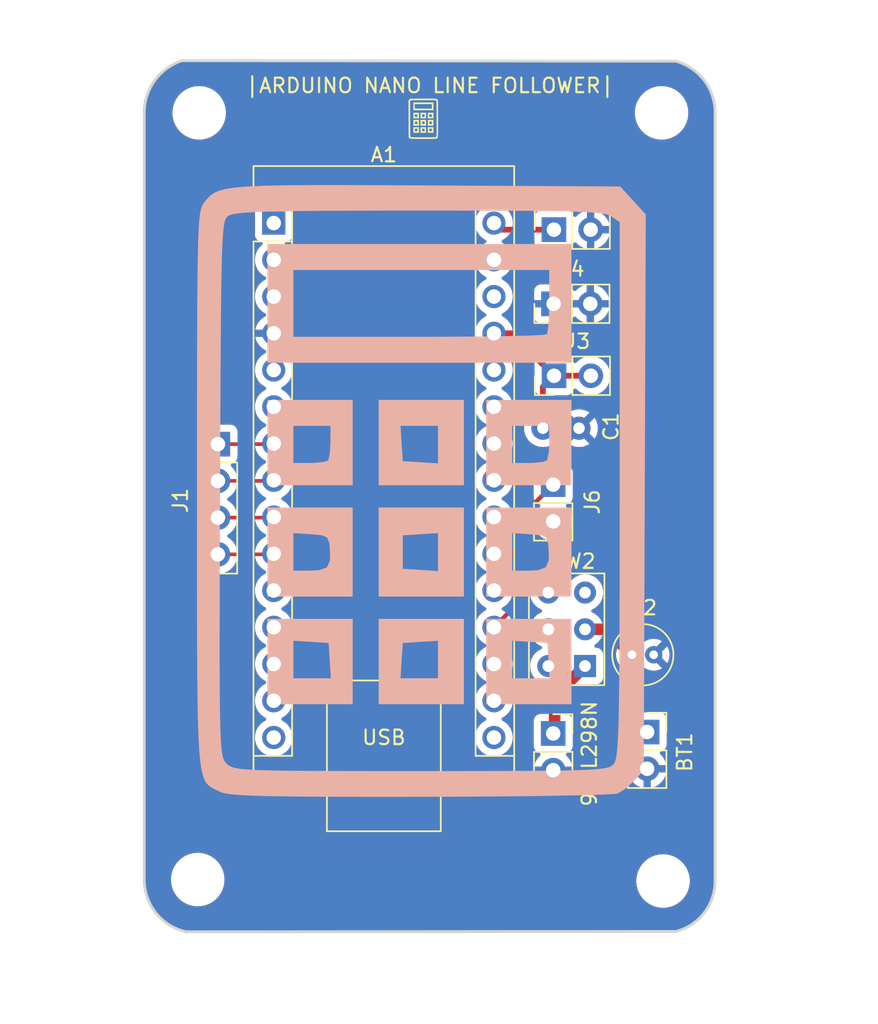
<source format=kicad_pcb>
(kicad_pcb (version 20221018) (generator pcbnew)
  (title_block (title "Arduino Nano Line Follower") (date "2023-10-10") (rev "0") (company "N/A") (comment 1 "N/A"))
  (layers (0 "F.Cu" signal) (31 "B.Cu" signal) (34 "B.Paste" user) (35 "F.Paste" user) (36 "B.SilkS" user "B.Silkscreen") (37 "F.SilkS" user "F.Silkscreen") (38 "B.Mask" user) (39 "F.Mask" user) (44 "Edge.Cuts" user))
  (net 0 "")
  (net 4 "GND")
  (net 7 "Net-(A1-D4)")
  (net 8 "Net-(A1-D5)")
  (net 9 "Net-(A1-D6)")
  (net 10 "Net-(A1-D7)")
  (net 19 "Net-(A1-A0)")
  (net 20 "Net-(A1-A1)")
  (net 27 "Net-(A1-+5V)")
  (net 29 "+5V")
  (net 30 "+9V")
  (net 31 "Net-(J5-Pin_1)")
  (net 32 "unconnected-(SW2-Pad6)")
  (footprint "Connector_PinSocket_2.54mm:PinSocket_1x02_P2.54mm_Vertical" (layer "F.Cu") (at 112.8 81.3)
    (fp_text reference "9V L298N" (at 2.5 1.4 90) (layer "F.SilkS"))
    (fp_text value "9v_gnd_l293d")
    (fp_line (start -1.33 1.27) (end -1.33 3.87) (stroke (width 0.12)) (layer "F.SilkS"))
    (fp_line (start -1.33 1.27) (end 1.33 1.27) (stroke (width 0.12)) (layer "F.SilkS"))
    (fp_line (start -1.33 3.87) (end 1.33 3.87) (stroke (width 0.12)) (layer "F.SilkS"))
    (fp_line (start 0 -1.33) (end 1.33 -1.33) (stroke (width 0.12)) (layer "F.SilkS"))
    (fp_line (start 1.33 -1.33) (end 1.33 0) (stroke (width 0.12)) (layer "F.SilkS"))
    (fp_line (start 1.33 1.27) (end 1.33 3.87) (stroke (width 0.12)) (layer "F.SilkS"))
    (pad "1" thru_hole rect (at 0 0) (size 1.7 1.7) (drill 1) (layers "*.Cu" "*.Mask") (net 31 "Net-(J5-Pin_1)"))
    (pad "2" thru_hole oval (at 0 2.54) (size 1.7 1.7) (drill 1) (layers "*.Cu" "*.Mask") (net 4 "GND"))
  )
  (footprint "Button_Switch_THT:SW_NKK_G1xJP" (layer "F.Cu") (at 115 76.64 180)
    (fp_text reference "SW2" (at 0.8 7.24) (layer "F.SilkS"))
    (fp_text value "pwr_switch")
    (fp_line (start -1.34112 -1.3208) (end 3.88112 -1.3208) (stroke (width 0.12)) (layer "F.SilkS"))
    (fp_line (start -1.34112 6.4008) (end -1.34112 -1.3208) (stroke (width 0.12)) (layer "F.SilkS"))
    (fp_line (start -1.34112 6.4008) (end 3.88112 6.4008) (stroke (width 0.12)) (layer "F.SilkS"))
    (fp_line (start 3.88112 -1.3208) (end 3.88112 6.4008) (stroke (width 0.12)) (layer "F.SilkS"))
    (pad "1" thru_hole rect (at 0 0 180) (size 1.524 1.524) (drill 0.8128) (layers "*.Cu" "*.Mask") (net 31 "Net-(J5-Pin_1)"))
    (pad "2" thru_hole circle (at 0 2.54 180) (size 1.524 1.524) (drill 0.8128) (layers "*.Cu" "*.Mask") (net 30 "+9V"))
    (pad "3" thru_hole circle (at 0 5.08 180) (size 1.524 1.524) (drill 0.8128) (layers "*.Cu" "*.Mask"))
    (pad "4" thru_hole circle (at 2.54 5.08 180) (size 1.524 1.524) (drill 0.8128) (layers "*.Cu" "*.Mask"))
    (pad "5" thru_hole circle (at 2.54 2.54 180) (size 1.524 1.524) (drill 0.8128) (layers "*.Cu" "*.Mask"))
    (pad "6" thru_hole circle (at 2.54 0 180) (size 1.524 1.524) (drill 0.8128) (layers "*.Cu" "*.Mask") (net 32 "unconnected-(SW2-Pad6)"))
  )
  (footprint "Connector_PinHeader_2.54mm:PinHeader_1x02_P2.54mm_Vertical" (layer "F.Cu") (at 112.8 64.1)
    (fp_text reference "J6" (at 2.7 1.2 90) (layer "F.SilkS"))
    (fp_text value "ir_signal")
    (fp_line (start -1.33 -1.33) (end 0 -1.33) (stroke (width 0.12)) (layer "F.SilkS"))
    (fp_line (start -1.33 0) (end -1.33 -1.33) (stroke (width 0.12)) (layer "F.SilkS"))
    (fp_line (start -1.33 1.27) (end -1.33 3.87) (stroke (width 0.12)) (layer "F.SilkS"))
    (fp_line (start -1.33 1.27) (end 1.33 1.27) (stroke (width 0.12)) (layer "F.SilkS"))
    (fp_line (start -1.33 3.87) (end 1.33 3.87) (stroke (width 0.12)) (layer "F.SilkS"))
    (fp_line (start 1.33 1.27) (end 1.33 3.87) (stroke (width 0.12)) (layer "F.SilkS"))
    (pad "1" thru_hole rect (at 0 0) (size 1.7 1.7) (drill 1) (layers "*.Cu" "*.Mask") (net 20 "Net-(A1-A1)"))
    (pad "2" thru_hole oval (at 0 2.54) (size 1.7 1.7) (drill 1) (layers "*.Cu" "*.Mask") (net 19 "Net-(A1-A0)"))
  )
  (footprint "Connector_PinHeader_2.54mm:PinHeader_1x02_P2.54mm_Vertical" (layer "F.Cu") (at 112.825 51.6 90)
    (fp_text reference "J4" (at 2.4 1.275 180) (layer "F.SilkS"))
    (fp_text value "gnd_ir_sensors_pins")
    (fp_line (start -1.33 -1.33) (end 0 -1.33) (stroke (width 0.12)) (layer "F.SilkS"))
    (fp_line (start -1.33 0) (end -1.33 -1.33) (stroke (width 0.12)) (layer "F.SilkS"))
    (fp_line (start -1.33 1.27) (end -1.33 3.87) (stroke (width 0.12)) (layer "F.SilkS"))
    (fp_line (start -1.33 1.27) (end 1.33 1.27) (stroke (width 0.12)) (layer "F.SilkS"))
    (fp_line (start -1.33 3.87) (end 1.33 3.87) (stroke (width 0.12)) (layer "F.SilkS"))
    (fp_line (start 1.33 1.27) (end 1.33 3.87) (stroke (width 0.12)) (layer "F.SilkS"))
    (pad "1" thru_hole rect (at 0 0 90) (size 1.7 1.7) (drill 1) (layers "*.Cu" "*.Mask") (net 4 "GND"))
    (pad "2" thru_hole oval (at 0 2.54 90) (size 1.7 1.7) (drill 1) (layers "*.Cu" "*.Mask") (net 4 "GND"))
  )
  (footprint "Connector_PinSocket_2.54mm:PinSocket_1x02_P2.54mm_Vertical" (layer "F.Cu") (at 119.3 81.2)
    (fp_text reference "BT1" (at 2.6 1.4 90) (layer "F.SilkS"))
    (fp_text value "Battery")
    (fp_line (start -1.33 1.27) (end -1.33 3.87) (stroke (width 0.12)) (layer "F.SilkS"))
    (fp_line (start -1.33 1.27) (end 1.33 1.27) (stroke (width 0.12)) (layer "F.SilkS"))
    (fp_line (start -1.33 3.87) (end 1.33 3.87) (stroke (width 0.12)) (layer "F.SilkS"))
    (fp_line (start 0 -1.33) (end 1.33 -1.33) (stroke (width 0.12)) (layer "F.SilkS"))
    (fp_line (start 1.33 -1.33) (end 1.33 0) (stroke (width 0.12)) (layer "F.SilkS"))
    (fp_line (start 1.33 1.27) (end 1.33 3.87) (stroke (width 0.12)) (layer "F.SilkS"))
    (pad "1" thru_hole rect (at 0 0) (size 1.7 1.7) (drill 1) (layers "*.Cu" "*.Mask") (net 30 "+9V"))
    (pad "2" thru_hole oval (at 0 2.54) (size 1.7 1.7) (drill 1) (layers "*.Cu" "*.Mask") (net 4 "GND"))
  )
  (footprint "MountingHole:MountingHole_3.2mm_M3" (layer "F.Cu") (at 88.2 91.4)
    (fp_text reference "REF**" hide)
    (fp_text value "MountingHole_3.2mm_M3")
    (pad "" np_thru_hole circle (at 0 0) (size 3.2 3.2) (drill 3.2) (layers "F&B.Cu" "*.Mask"))
  )
  (footprint "MountingHole:MountingHole_3.2mm_M3" (layer "F.Cu") (at 120.4 91.5)
    (fp_text reference "REF**" hide)
    (fp_text value "MountingHole_3.2mm_M3")
    (pad "" np_thru_hole circle (at 0 0) (size 3.2 3.2) (drill 3.2) (layers "F&B.Cu" "*.Mask"))
  )
  (footprint "Capacitor_THT:C_Radial_D4.0mm_H5.0mm_P1.50mm" (layer "F.Cu") (at 118.25 75.86)
    (fp_text reference "C2" (at 0.75 -3.25) (layer "F.SilkS"))
    (fp_text value "10u")
    (fp_circle (center 0.75 0) (end 2.87 0) (stroke (width 0.12)) (fill none) (layer "F.SilkS"))
    (pad "1" thru_hole circle (at 0 0) (size 1.2 1.2) (drill 0.6) (layers "*.Cu" "*.Mask") (net 30 "+9V"))
    (pad "2" thru_hole circle (at 1.5 0) (size 1.2 1.2) (drill 0.6) (layers "*.Cu" "*.Mask") (net 4 "GND"))
  )
  (footprint "Capacitor_THT:C_Disc_D3.0mm_W1.6mm_P2.50mm" (layer "F.Cu") (at 112.085 60.2)
    (fp_text reference "C1" (at 4.715 -0.1 90) (layer "F.SilkS"))
    (fp_text value "100n")
    (fp_line (start 0.621 -0.92) (end 1.879 -0.92) (stroke (width 0.12)) (layer "F.SilkS"))
    (fp_line (start 0.621 0.92) (end 1.879 0.92) (stroke (width 0.12)) (layer "F.SilkS"))
    (pad "1" thru_hole circle (at 0 0) (size 1.6 1.6) (drill 0.8) (layers "*.Cu" "*.Mask") (net 27 "Net-(A1-+5V)"))
    (pad "2" thru_hole circle (at 2.5 0) (size 1.6 1.6) (drill 0.8) (layers "*.Cu" "*.Mask") (net 4 "GND"))
  )
  (footprint "Connector_PinHeader_2.54mm:PinHeader_1x04_P2.54mm_Vertical" (layer "F.Cu") (at 89.6 61.3)
    (fp_text reference "J1" (at -2.6 3.9 90) (layer "F.SilkS"))
    (fp_text value "l298_input_pins")
    (fp_line (start -1.33 -1.33) (end 0 -1.33) (stroke (width 0.12)) (layer "F.SilkS"))
    (fp_line (start -1.33 0) (end -1.33 -1.33) (stroke (width 0.12)) (layer "F.SilkS"))
    (fp_line (start -1.33 1.27) (end -1.33 8.95) (stroke (width 0.12)) (layer "F.SilkS"))
    (fp_line (start -1.33 1.27) (end 1.33 1.27) (stroke (width 0.12)) (layer "F.SilkS"))
    (fp_line (start -1.33 8.95) (end 1.33 8.95) (stroke (width 0.12)) (layer "F.SilkS"))
    (fp_line (start 1.33 1.27) (end 1.33 8.95) (stroke (width 0.12)) (layer "F.SilkS"))
    (pad "1" thru_hole rect (at 0 0) (size 1.7 1.7) (drill 1) (layers "*.Cu" "*.Mask") (net 7 "Net-(A1-D4)"))
    (pad "2" thru_hole oval (at 0 2.54) (size 1.7 1.7) (drill 1) (layers "*.Cu" "*.Mask") (net 8 "Net-(A1-D5)"))
    (pad "3" thru_hole oval (at 0 5.08) (size 1.7 1.7) (drill 1) (layers "*.Cu" "*.Mask") (net 9 "Net-(A1-D6)"))
    (pad "4" thru_hole oval (at 0 7.62) (size 1.7 1.7) (drill 1) (layers "*.Cu" "*.Mask") (net 10 "Net-(A1-D7)"))
  )
  (footprint "graphics:pcb_logo_3mmx3mm" (layer "F.Cu") (at 103.8 38.8)
    (fp_text reference "G***" hide)
    (fp_text value "LOGO" hide)
    (fp_poly (pts (xy -0.288251 0.788452) (xy -0.288251 0.983445) (xy -0.483244 0.983445) (xy -0.678237 0.983445) (xy -0.678237 0.864753) (xy -0.57836 0.864753) (xy -0.492651 0.864753) (xy -0.406942 0.864753) (xy -0.406942 0.779045) (xy -0.406942 0.693336) (xy -0.487483 0.698504) (xy -0.568024 0.703672) (xy -0.573192 0.784213) (xy -0.57836 0.864753) (xy -0.678237 0.864753) (xy -0.678237 0.788452) (xy -0.678237 0.593458) (xy -0.483244 0.593458) (xy -0.288251 0.593458)) (fill solid) (layer "F.SilkS"))
    (fp_poly (pts (xy 0.203472 -0.211949) (xy 0.203472 -0.016956) (xy 0.008478 -0.016956) (xy -0.186515 -0.016956) (xy -0.186515 -0.211949) (xy -0.186515 -0.288251) (xy -0.067823 -0.288251) (xy -0.067823 -0.202542) (xy -0.067823 -0.116833) (xy 0.012717 -0.122001) (xy 0.093258 -0.127169) (xy 0.098426 -0.20771) (xy 0.103594 -0.288251) (xy 0.017885 -0.288251) (xy -0.067823 -0.288251) (xy -0.186515 -0.288251) (xy -0.186515 -0.406942) (xy 0.008478 -0.406942) (xy 0.203472 -0.406942)) (fill solid) (layer "F.SilkS"))
    (fp_poly (pts (xy 0.203472 0.288251) (xy 0.203472 0.491723) (xy 0.008478 0.491723) (xy -0.186515 0.491723) (xy -0.186515 0.288251) (xy -0.186515 0.201614) (xy -0.067823 0.201614) (xy -0.067823 0.288251) (xy -0.067823 0.374889) (xy 0.012717 0.369721) (xy 0.093258 0.364553) (xy 0.093258 0.288251) (xy 0.093258 0.21195) (xy 0.012717 0.206782) (xy -0.067823 0.201614) (xy -0.186515 0.201614) (xy -0.186515 0.08478) (xy 0.008478 0.08478) (xy 0.203472 0.08478)) (fill solid) (layer "F.SilkS"))
    (fp_poly (pts (xy 0.203472 0.788452) (xy 0.203472 0.983445) (xy 0.008478 0.983445) (xy -0.186515 0.983445) (xy -0.186515 0.788452) (xy -0.186515 0.693336) (xy -0.067823 0.693336) (xy -0.067823 0.779045) (xy -0.067823 0.864753) (xy 0.017885 0.864753) (xy 0.103594 0.864753) (xy 0.098426 0.784213) (xy 0.093258 0.703672) (xy 0.012717 0.698504) (xy -0.067823 0.693336) (xy -0.186515 0.693336) (xy -0.186515 0.593458) (xy 0.008478 0.593458) (xy 0.203472 0.593458)) (fill solid) (layer "F.SilkS"))
    (fp_poly (pts (xy 0.71215 0.788452) (xy 0.71215 0.983445) (xy 0.517157 0.983445) (xy 0.322163 0.983445) (xy 0.322163 0.864753) (xy 0.422041 0.864753) (xy 0.50775 0.864753) (xy 0.593458 0.864753) (xy 0.593458 0.779045) (xy 0.593458 0.693336) (xy 0.512918 0.698504) (xy 0.432377 0.703672) (xy 0.427209 0.784213) (xy 0.422041 0.864753) (xy 0.322163 0.864753) (xy 0.322163 0.788452) (xy 0.322163 0.593458) (xy 0.517157 0.593458) (xy 0.71215 0.593458)) (fill solid) (layer "F.SilkS"))
    (fp_poly (pts (xy -0.288251 -0.211949) (xy -0.288251 -0.016956) (xy -0.483244 -0.016956) (xy -0.678237 -0.016956) (xy -0.678237 -0.211949) (xy -0.678237 -0.288251) (xy -0.576502 -0.288251) (xy -0.576502 -0.214775) (xy -0.574097 -0.167194) (xy -0.568059 -0.135257) (xy -0.565198 -0.129995) (xy -0.542615 -0.123045) (xy -0.499387 -0.119061) (xy -0.480418 -0.118691) (xy -0.406942 -0.118691) (xy -0.406942 -0.203471) (xy -0.406942 -0.288251) (xy -0.491722 -0.288251) (xy -0.576502 -0.288251) (xy -0.678237 -0.288251) (xy -0.678237 -0.406942) (xy -0.483244 -0.406942) (xy -0.288251 -0.406942)) (fill solid) (layer "F.SilkS"))
    (fp_poly (pts (xy -0.288251 0.288251) (xy -0.288251 0.491723) (xy -0.483244 0.491723) (xy -0.678237 0.491723) (xy -0.678237 0.325992) (xy -0.574719 0.325992) (xy -0.560589 0.357755) (xy -0.525016 0.371003) (xy -0.483776 0.373031) (xy -0.406942 0.373031) (xy -0.406942 0.287322) (xy -0.406942 0.201614) (xy -0.487483 0.206782) (xy -0.536245 0.211404) (xy -0.560716 0.221649) (xy -0.570491 0.244424) (xy -0.573457 0.268671) (xy -0.574719 0.325992) (xy -0.678237 0.325992) (xy -0.678237 0.288251) (xy -0.678237 0.08478) (xy -0.483244 0.08478) (xy -0.288251 0.08478)) (fill solid) (layer "F.SilkS"))
    (fp_poly (pts (xy 0.71215 -0.211949) (xy 0.71215 -0.016956) (xy 0.517157 -0.016956) (xy 0.322163 -0.016956) (xy 0.322163 -0.211949) (xy 0.322163 -0.288251) (xy 0.423899 -0.288251) (xy 0.423899 -0.214775) (xy 0.426304 -0.167194) (xy 0.432341 -0.135257) (xy 0.435203 -0.129995) (xy 0.457785 -0.123045) (xy 0.501014 -0.119061) (xy 0.519983 -0.118691) (xy 0.593458 -0.118691) (xy 0.593458 -0.203471) (xy 0.593458 -0.288251) (xy 0.508679 -0.288251) (xy 0.423899 -0.288251) (xy 0.322163 -0.288251) (xy 0.322163 -0.406942) (xy 0.517157 -0.406942) (xy 0.71215 -0.406942)) (fill solid) (layer "F.SilkS"))
    (fp_poly (pts (xy 0.71215 0.288251) (xy 0.71215 0.491723) (xy 0.517157 0.491723) (xy 0.322163 0.491723) (xy 0.322163 0.325992) (xy 0.425681 0.325992) (xy 0.439811 0.357755) (xy 0.475385 0.371003) (xy 0.516624 0.373031) (xy 0.593458 0.373031) (xy 0.593458 0.287322) (xy 0.593458 0.201614) (xy 0.512918 0.206782) (xy 0.464155 0.211404) (xy 0.439684 0.221649) (xy 0.429909 0.244424) (xy 0.426943 0.268671) (xy 0.425681 0.325992) (xy 0.322163 0.325992) (xy 0.322163 0.288251) (xy 0.322163 0.08478) (xy 0.517157 0.08478) (xy 0.71215 0.08478)) (fill solid) (layer "F.SilkS"))
    (fp_poly (pts (xy 0.71215 -0.847797) (xy 0.71215 -0.576502) (xy 0.016956 -0.576502) (xy -0.678237 -0.576502) (xy -0.678237 -0.847797) (xy -0.678237 -1.0004) (xy -0.576502 -1.0004) (xy -0.576502 -0.859101) (xy -0.575229 -0.792879) (xy -0.57184 -0.740288) (xy -0.566982 -0.710052) (xy -0.565198 -0.706497) (xy -0.546144 -0.703819) (xy -0.497184 -0.701367) (xy -0.422325 -0.699219) (xy -0.325571 -0.697453) (xy -0.210929 -0.696145) (xy -0.082405 -0.695373) (xy 0.019782 -0.695193) (xy 0.593458 -0.695193) (xy 0.593458 -0.847797) (xy 0.593458 -1.0004) (xy 0.008478 -1.0004) (xy -0.576502 -1.0004) (xy -0.678237 -1.0004) (xy -0.678237 -1.119092) (xy 0.016956 -1.119092) (xy 0.71215 -1.119092)) (fill solid) (layer "F.SilkS"))
    (fp_poly (pts (xy 0.505528 -1.388219) (xy 0.624049 -1.387366) (xy 0.719834 -1.385463) (xy 0.79568 -1.382297) (xy 0.854379 -1.377656) (xy 0.898726 -1.371328) (xy 0.931516 -1.3631) (xy 0.955541 -1.352762) (xy 0.973597 -1.3401) (xy 0.988478 -1.324902) (xy 1.000976 -1.309503) (xy 1.007208 -1.30074) (xy 1.012611 -1.289845) (xy 1.017245 -1.274482) (xy 1.021167 -1.252319) (xy 1.024438 -1.22102) (xy 1.027117 -1.178251) (xy 1.029262 -1.121678) (xy 1.030932 -1.048966) (xy 1.032188 -0.957781) (xy 1.033087 -0.845788) (xy 1.033689 -0.710654) (xy 1.034054 -0.550043) (xy 1.03424 -0.361621) (xy 1.034306 -0.143055) (xy 1.034313 0.006992) (xy 1.034353 0.249892) (xy 1.034359 0.461169) (xy 1.034162 0.643112) (xy 1.033593 0.798009) (xy 1.032481 0.928147) (xy 1.030658 1.035817) (xy 1.027953 1.123307) (xy 1.024196 1.192904) (xy 1.019219 1.246898) (xy 1.012851 1.287577) (xy 1.004923 1.31723) (xy 0.995265 1.338145) (xy 0.983708 1.35261) (xy 0.970082 1.362915) (xy 0.954217 1.371347) (xy 0.935944 1.380195) (xy 0.93239 1.382006) (xy 0.917138 1.387775) (xy 0.893754 1.392609) (xy 0.859475 1.396579) (xy 0.811539 1.399759) (xy 0.74718 1.402223) (xy 0.663635 1.404043) (xy 0.558141 1.405291) (xy 0.427935 1.406042) (xy 0.270252 1.406368) (xy 0.08233 1.406342) (xy 0.013559 1.406269) (xy -0.155965 1.405793) (xy -0.315886 1.40483) (xy -0.462865 1.403437) (xy -0.593568 1.401669) (xy -0.704658 1.399582) (xy -0.792798 1.397231) (xy -0.854652 1.394672) (xy -0.886884 1.391962) (xy -0.890187 1.391167) (xy -0.924773 1.369273) (xy -0.96336 1.334844) (xy -0.966488 1.331536) (xy -1.008878 1.285931) (xy -1.013433 0.015691) (xy -1.013475 0.003866) (xy -0.898665 0.003866) (xy -0.898614 0.238239) (xy -0.898426 0.441035) (xy -0.898049 0.614589) (xy -0.897432 0.761236) (xy -0.89652 0.88331) (xy -0.895263 0.983146) (xy -0.893608 1.063079) (xy -0.891503 1.125444) (xy -0.888896 1.172576) (xy -0.885733 1.206809) (xy -0.881964 1.230479) (xy -0.877535 1.245919) (xy -0.872395 1.255465) (xy -0.870603 1.257644) (xy -0.862737 1.264634) (xy -0.850984 1.27049) (xy -0.832501 1.275311) (xy -0.804445 1.279198) (xy -0.763976 1.28225) (xy -0.708249 1.284568) (xy -0.634423 1.286251) (xy -0.539656 1.2874) (xy -0.421104 1.288113) (xy -0.275926 1.288492) (xy -0.101279 1.288636) (xy 0.011106 1.288652) (xy 0.203173 1.288617) (xy 0.364199 1.288438) (xy 0.497057 1.288004) (xy 0.604618 1.287204) (xy 0.689755 1.285929) (xy 0.755338 1.284066) (xy 0.80424 1.281506) (xy 0.839333 1.278137) (xy 0.863488 1.273849) (xy 0.879576 1.268531) (xy 0.890471 1.262073) (xy 0.898993 1.254412) (xy 0.905514 1.247282) (xy 0.911139 1.238285) (xy 0.915924 1.22505) (xy 0.919924 1.205206) (xy 0.923196 1.17638) (xy 0.925796 1.136201) (xy 0.92778 1.082298) (xy 0.929204 1.012297) (xy 0.930124 0.923829) (xy 0.930596 0.81452) (xy 0.930676 0.682) (xy 0.930419 0.523896) (xy 0.929883 0.337837) (xy 0.929123 0.12145) (xy 0.928666 -0.001699) (xy 0.927771 -0.234621) (xy 0.926905 -0.435983) (xy 0.925997 -0.608135) (xy 0.924976 -0.753427) (xy 0.923772 -0.874211) (xy 0.922313 -0.972837) (xy 0.920529 -1.051656) (xy 0.918349 -1.113019) (xy 0.915703 -1.159276) (xy 0.91252 -1.192779) (xy 0.908729 -1.215877) (xy 0.90426 -1.230923) (xy 0.899041 -1.240266) (xy 0.893002 -1.246258) (xy 0.891185 -1.247633) (xy 0.878756 -1.253229) (xy 0.856294 -1.257918) (xy 0.82111 -1.261776) (xy 0.770518 -1.264875) (xy 0.70183 -1.26729) (xy 0.612359 -1.269095) (xy 0.499418 -1.270364) (xy 0.360319 -1.271171) (xy 0.192376 -1.271589) (xy 0.017488 -1.271695) (xy -0.175885 -1.271589) (xy -0.338168 -1.271215) (xy -0.472184 -1.270487) (xy -0.580754 -1.269321) (xy -0.666701 -1.267632) (xy -0.732845 -1.265336) (xy -0.78201 -1.262347) (xy -0.817016 -1.258581) (xy -0.840687 -1.253952) (xy -0.855843 -1.248377) (xy -0.86098 -1.2453) (xy -0.898665 -1.218905) (xy -0.898665 0.003866) (xy -1.013475 0.003866) (xy -1.017987 -1.254548) (xy -0.959638 -1.318229) (xy -0.901289 -1.381909) (xy -0.014382 -1.386595) (xy 0.189107 -1.387622) (xy 0.361479 -1.388233)) (fill solid) (layer "F.SilkS"))
  )
  (footprint "MountingHole:MountingHole_3.2mm_M3" (layer "F.Cu") (at 120.3 38.4)
    (fp_text reference "REF**" hide)
    (fp_text value "MountingHole_3.2mm_M3")
    (pad "" np_thru_hole circle (at 0 0) (size 3.2 3.2) (drill 3.2) (layers "F&B.Cu" "*.Mask"))
  )
  (footprint "MountingHole:MountingHole_3.2mm_M3" (layer "F.Cu") (at 88.3 38.4)
    (fp_text reference "REF**" hide)
    (fp_text value "MountingHole_3.2mm_M3")
    (pad "" np_thru_hole circle (at 0 0) (size 3.2 3.2) (drill 3.2) (layers "*.Cu" "*.Mask"))
  )
  (footprint "Module:Arduino_Nano" (layer "F.Cu") (at 93.46 46.02)
    (fp_text reference "A1" (at 7.62 -4.72) (layer "F.SilkS"))
    (fp_text value "Arduino_Nano_Every")
    (fp_text user "USB" (at 7.62 35.56 unlocked) (layer "F.SilkS"))
    (fp_line (start -1.4 -3.94) (end -1.4 -1.27) (stroke (width 0.12)) (layer "F.SilkS"))
    (fp_line (start -1.4 1.27) (end -1.4 39.5) (stroke (width 0.12)) (layer "F.SilkS"))
    (fp_line (start -1.4 39.5) (end 3.68 39.5) (stroke (width 0.12)) (layer "F.SilkS"))
    (fp_line (start 1.27 -1.27) (end -1.4 -1.27) (stroke (width 0.12)) (layer "F.SilkS"))
    (fp_line (start 1.27 1.27) (end -1.4 1.27) (stroke (width 0.12)) (layer "F.SilkS"))
    (fp_line (start 1.27 1.27) (end 1.27 -1.27) (stroke (width 0.12)) (layer "F.SilkS"))
    (fp_line (start 1.27 1.27) (end 1.27 36.83) (stroke (width 0.12)) (layer "F.SilkS"))
    (fp_line (start 1.27 36.83) (end -1.4 36.83) (stroke (width 0.12)) (layer "F.SilkS"))
    (fp_line (start 3.68 31.62) (end 11.56 31.62) (stroke (width 0.12)) (layer "F.SilkS"))
    (fp_line (start 3.68 42.04) (end 3.68 31.62) (stroke (width 0.12)) (layer "F.SilkS"))
    (fp_line (start 11.56 31.62) (end 11.56 42.04) (stroke (width 0.12)) (layer "F.SilkS"))
    (fp_line (start 11.56 42.04) (end 3.68 42.04) (stroke (width 0.12)) (layer "F.SilkS"))
    (fp_line (start 13.97 -1.27) (end 13.97 36.83) (stroke (width 0.12)) (layer "F.SilkS"))
    (fp_line (start 13.97 -1.27) (end 16.64 -1.27) (stroke (width 0.12)) (layer "F.SilkS"))
    (fp_line (start 13.97 36.83) (end 16.64 36.83) (stroke (width 0.12)) (layer "F.SilkS"))
    (fp_line (start 16.64 -3.94) (end -1.4 -3.94) (stroke (width 0.12)) (layer "F.SilkS"))
    (fp_line (start 16.64 39.5) (end 11.56 39.5) (stroke (width 0.12)) (layer "F.SilkS"))
    (fp_line (start 16.64 39.5) (end 16.64 -3.94) (stroke (width 0.12)) (layer "F.SilkS"))
    (pad "1" thru_hole rect (at 0 0) (size 1.6 1.6) (drill 1) (layers "*.Cu" "*.Mask"))
    (pad "2" thru_hole oval (at 0 2.54) (size 1.6 1.6) (drill 1) (layers "*.Cu" "*.Mask"))
    (pad "3" thru_hole oval (at 0 5.08) (size 1.6 1.6) (drill 1) (layers "*.Cu" "*.Mask"))
    (pad "4" thru_hole oval (at 0 7.62) (size 1.6 1.6) (drill 1) (layers "*.Cu" "*.Mask") (net 4 "GND"))
    (pad "5" thru_hole oval (at 0 10.16) (size 1.6 1.6) (drill 1) (layers "*.Cu" "*.Mask"))
    (pad "6" thru_hole oval (at 0 12.7) (size 1.6 1.6) (drill 1) (layers "*.Cu" "*.Mask"))
    (pad "7" thru_hole oval (at 0 15.24) (size 1.6 1.6) (drill 1) (layers "*.Cu" "*.Mask") (net 7 "Net-(A1-D4)"))
    (pad "8" thru_hole oval (at 0 17.78) (size 1.6 1.6) (drill 1) (layers "*.Cu" "*.Mask") (net 8 "Net-(A1-D5)"))
    (pad "9" thru_hole oval (at 0 20.32) (size 1.6 1.6) (drill 1) (layers "*.Cu" "*.Mask") (net 9 "Net-(A1-D6)"))
    (pad "10" thru_hole oval (at 0 22.86) (size 1.6 1.6) (drill 1) (layers "*.Cu" "*.Mask") (net 10 "Net-(A1-D7)"))
    (pad "11" thru_hole oval (at 0 25.4) (size 1.6 1.6) (drill 1) (layers "*.Cu" "*.Mask"))
    (pad "12" thru_hole oval (at 0 27.94) (size 1.6 1.6) (drill 1) (layers "*.Cu" "*.Mask"))
    (pad "13" thru_hole oval (at 0 30.48) (size 1.6 1.6) (drill 1) (layers "*.Cu" "*.Mask"))
    (pad "14" thru_hole oval (at 0 33.02) (size 1.6 1.6) (drill 1) (layers "*.Cu" "*.Mask"))
    (pad "15" thru_hole oval (at 0 35.56) (size 1.6 1.6) (drill 1) (layers "*.Cu" "*.Mask"))
    (pad "16" thru_hole oval (at 15.24 35.56) (size 1.6 1.6) (drill 1) (layers "*.Cu" "*.Mask"))
    (pad "17" thru_hole oval (at 15.24 33.02) (size 1.6 1.6) (drill 1) (layers "*.Cu" "*.Mask"))
    (pad "18" thru_hole oval (at 15.24 30.48) (size 1.6 1.6) (drill 1) (layers "*.Cu" "*.Mask"))
    (pad "19" thru_hole oval (at 15.24 27.94) (size 1.6 1.6) (drill 1) (layers "*.Cu" "*.Mask") (net 19 "Net-(A1-A0)"))
    (pad "20" thru_hole oval (at 15.24 25.4) (size 1.6 1.6) (drill 1) (layers "*.Cu" "*.Mask") (net 20 "Net-(A1-A1)"))
    (pad "21" thru_hole oval (at 15.24 22.86) (size 1.6 1.6) (drill 1) (layers "*.Cu" "*.Mask"))
    (pad "22" thru_hole oval (at 15.24 20.32) (size 1.6 1.6) (drill 1) (layers "*.Cu" "*.Mask"))
    (pad "23" thru_hole oval (at 15.24 17.78) (size 1.6 1.6) (drill 1) (layers "*.Cu" "*.Mask"))
    (pad "24" thru_hole oval (at 15.24 15.24) (size 1.6 1.6) (drill 1) (layers "*.Cu" "*.Mask"))
    (pad "25" thru_hole oval (at 15.24 12.7) (size 1.6 1.6) (drill 1) (layers "*.Cu" "*.Mask"))
    (pad "26" thru_hole oval (at 15.24 10.16) (size 1.6 1.6) (drill 1) (layers "*.Cu" "*.Mask"))
    (pad "27" thru_hole oval (at 15.24 7.62) (size 1.6 1.6) (drill 1) (layers "*.Cu" "*.Mask") (net 27 "Net-(A1-+5V)"))
    (pad "28" thru_hole oval (at 15.24 5.08) (size 1.6 1.6) (drill 1) (layers "*.Cu" "*.Mask"))
    (pad "29" thru_hole oval (at 15.24 2.54) (size 1.6 1.6) (drill 1) (layers "*.Cu" "*.Mask") (net 4 "GND"))
    (pad "30" thru_hole oval (at 15.24 0) (size 1.6 1.6) (drill 1) (layers "*.Cu" "*.Mask") (net 29 "+5V"))
  )
  (footprint "Connector_PinSocket_2.54mm:PinSocket_1x02_P2.54mm_Vertical" (layer "F.Cu") (at 112.85 46.475 90)
    (fp_text reference "J2" (at 2.375 1.15 180) (layer "F.SilkS"))
    (fp_text value "arduino_vcc_gnd")
    (fp_line (start -1.33 1.27) (end -1.33 3.87) (stroke (width 0.12)) (layer "F.SilkS"))
    (fp_line (start -1.33 1.27) (end 1.33 1.27) (stroke (width 0.12)) (layer "F.SilkS"))
    (fp_line (start -1.33 3.87) (end 1.33 3.87) (stroke (width 0.12)) (layer "F.SilkS"))
    (fp_line (start 0 -1.33) (end 1.33 -1.33) (stroke (width 0.12)) (layer "F.SilkS"))
    (fp_line (start 1.33 -1.33) (end 1.33 0) (stroke (width 0.12)) (layer "F.SilkS"))
    (fp_line (start 1.33 1.27) (end 1.33 3.87) (stroke (width 0.12)) (layer "F.SilkS"))
    (pad "1" thru_hole rect (at 0 0 90) (size 1.7 1.7) (drill 1) (layers "*.Cu" "*.Mask") (net 29 "+5V"))
    (pad "2" thru_hole oval (at 0 2.54 90) (size 1.7 1.7) (drill 1) (layers "*.Cu" "*.Mask") (net 4 "GND"))
  )
  (footprint "Connector_PinHeader_2.54mm:PinHeader_1x02_P2.54mm_Vertical" (layer "F.Cu") (at 112.86 56.575 90)
    (fp_text reference "J3" (at 2.375 1.64 180) (layer "F.SilkS"))
    (fp_text value "5v_ir_sensors_pins")
    (fp_line (start -1.33 -1.33) (end 0 -1.33) (stroke (width 0.12)) (layer "F.SilkS"))
    (fp_line (start -1.33 0) (end -1.33 -1.33) (stroke (width 0.12)) (layer "F.SilkS"))
    (fp_line (start -1.33 1.27) (end -1.33 3.87) (stroke (width 0.12)) (layer "F.SilkS"))
    (fp_line (start -1.33 1.27) (end 1.33 1.27) (stroke (width 0.12)) (layer "F.SilkS"))
    (fp_line (start -1.33 3.87) (end 1.33 3.87) (stroke (width 0.12)) (layer "F.SilkS"))
    (fp_line (start 1.33 1.27) (end 1.33 3.87) (stroke (width 0.12)) (layer "F.SilkS"))
    (pad "1" thru_hole rect (at 0 0 90) (size 1.7 1.7) (drill 1) (layers "*.Cu" "*.Mask") (net 27 "Net-(A1-+5V)"))
    (pad "2" thru_hole oval (at 0 2.54 90) (size 1.7 1.7) (drill 1) (layers "*.Cu" "*.Mask") (net 27 "Net-(A1-+5V)"))
  )
  (footprint "graphics:pcb_logo_45mmx45mm" (layer "B.Cu") (at 103.8 64.4 180)
    (fp_text reference "G***" hide)
    (fp_text value "LOGO" hide)
    (fp_poly (pts (xy -4.361616 -11.930303) (xy -4.361616 -14.880808) (xy -7.312121 -14.880808) (xy -10.262626 -14.880808) (xy -10.262626 -13.084849) (xy -8.751347 -13.084849) (xy -7.454461 -13.084849) (xy -6.157575 -13.084849) (xy -6.157575 -11.787963) (xy -6.157575 -10.491077) (xy -7.376262 -10.569276) (xy -8.594949 -10.647475) (xy -8.673148 -11.866162) (xy -8.751347 -13.084849) (xy -10.262626 -13.084849) (xy -10.262626 -11.930303) (xy -10.262626 -8.979798) (xy -7.312121 -8.979798) (xy -4.361616 -8.979798)) (fill solid) (layer "B.SilkS"))
    (fp_poly (pts (xy 3.078788 -11.930303) (xy 3.078788 -14.880808) (xy 0.128283 -14.880808) (xy -2.822222 -14.880808) (xy -2.822222 -11.930303) (xy -2.822222 -10.491077) (xy -1.026262 -10.491077) (xy -1.026262 -11.787963) (xy -1.026262 -13.084849) (xy 0.270623 -13.084849) (xy 1.567509 -13.084849) (xy 1.48931 -11.866162) (xy 1.411111 -10.647475) (xy 0.192425 -10.569276) (xy -1.026262 -10.491077) (xy -2.822222 -10.491077) (xy -2.822222 -8.979798) (xy 0.128283 -8.979798) (xy 3.078788 -8.979798)) (fill solid) (layer "B.SilkS"))
    (fp_poly (pts (xy 3.078788 -4.361616) (xy 3.078788 -7.440404) (xy 0.128283 -7.440404) (xy -2.822222 -7.440404) (xy -2.822222 -4.361616) (xy -2.822222 -3.050673) (xy -1.026262 -3.050673) (xy -1.026262 -4.361616) (xy -1.026262 -5.67256) (xy 0.192425 -5.594361) (xy 1.411111 -5.516162) (xy 1.411111 -4.361616) (xy 1.411111 -3.207071) (xy 0.192425 -3.128872) (xy -1.026262 -3.050673) (xy -2.822222 -3.050673) (xy -2.822222 -1.282829) (xy 0.128283 -1.282829) (xy 3.078788 -1.282829)) (fill solid) (layer "B.SilkS"))
    (fp_poly (pts (xy 3.078788 3.20707) (xy 3.078788 0.256565) (xy 0.128283 0.256565) (xy -2.822222 0.256565) (xy -2.822222 3.20707) (xy -2.822222 4.361616) (xy -1.026262 4.361616) (xy -1.026262 3.06473) (xy -1.026262 1.767844) (xy 0.192425 1.846043) (xy 1.411111 1.924242) (xy 1.48931 3.142929) (xy 1.567509 4.361616) (xy 0.270623 4.361616) (xy -1.026262 4.361616) (xy -2.822222 4.361616) (xy -2.822222 6.157575) (xy 0.128283 6.157575) (xy 3.078788 6.157575)) (fill solid) (layer "B.SilkS"))
    (fp_poly (pts (xy 10.775758 -11.930303) (xy 10.775758 -14.880808) (xy 7.825253 -14.880808) (xy 4.874748 -14.880808) (xy 4.874748 -13.084849) (xy 6.386027 -13.084849) (xy 7.682912 -13.084849) (xy 8.979798 -13.084849) (xy 8.979798 -11.787963) (xy 8.979798 -10.491077) (xy 7.761111 -10.569276) (xy 6.542425 -10.647475) (xy 6.464226 -11.866162) (xy 6.386027 -13.084849) (xy 4.874748 -13.084849) (xy 4.874748 -11.930303) (xy 4.874748 -8.979798) (xy 7.825253 -8.979798) (xy 10.775758 -8.979798)) (fill solid) (layer "B.SilkS"))
    (fp_poly (pts (xy -4.361616 -4.361616) (xy -4.361616 -7.440404) (xy -7.312121 -7.440404) (xy -10.262626 -7.440404) (xy -10.262626 -4.932679) (xy -8.696259 -4.932679) (xy -8.482456 -5.413299) (xy -7.944183 -5.613756) (xy -7.320173 -5.644445) (xy -6.157575 -5.644445) (xy -6.157575 -4.347559) (xy -6.157575 -3.050673) (xy -7.376262 -3.128872) (xy -8.114102 -3.198814) (xy -8.484377 -3.353835) (xy -8.632286 -3.698456) (xy -8.677168 -4.065334) (xy -8.696259 -4.932679) (xy -10.262626 -4.932679) (xy -10.262626 -4.361616) (xy -10.262626 -1.282829) (xy -7.312121 -1.282829) (xy -4.361616 -1.282829)) (fill solid) (layer "B.SilkS"))
    (fp_poly (pts (xy -4.361616 3.20707) (xy -4.361616 0.256565) (xy -7.312121 0.256565) (xy -10.262626 0.256565) (xy -10.262626 3.20707) (xy -10.262626 4.361616) (xy -8.723232 4.361616) (xy -8.723232 3.249831) (xy -8.686842 2.52987) (xy -8.595486 2.046618) (xy -8.552188 1.967003) (xy -8.210489 1.861838) (xy -7.556385 1.801546) (xy -7.26936 1.795959) (xy -6.157575 1.795959) (xy -6.157575 3.078788) (xy -6.157575 4.361616) (xy -7.440404 4.361616) (xy -8.723232 4.361616) (xy -10.262626 4.361616) (xy -10.262626 6.157575) (xy -7.312121 6.157575) (xy -4.361616 6.157575)) (fill solid) (layer "B.SilkS"))
    (fp_poly (pts (xy 10.775758 -4.361616) (xy 10.775758 -7.440404) (xy 7.825253 -7.440404) (xy 4.874748 -7.440404) (xy 4.874748 -4.932679) (xy 6.441114 -4.932679) (xy 6.654918 -5.413299) (xy 7.19319 -5.613756) (xy 7.817201 -5.644445) (xy 8.979798 -5.644445) (xy 8.979798 -4.347559) (xy 8.979798 -3.050673) (xy 7.761111 -3.128872) (xy 7.023272 -3.198814) (xy 6.652997 -3.353835) (xy 6.505087 -3.698456) (xy 6.460206 -4.065334) (xy 6.441114 -4.932679) (xy 4.874748 -4.932679) (xy 4.874748 -4.361616) (xy 4.874748 -1.282829) (xy 7.825253 -1.282829) (xy 10.775758 -1.282829)) (fill solid) (layer "B.SilkS"))
    (fp_poly (pts (xy 10.775758 3.20707) (xy 10.775758 0.256565) (xy 7.825253 0.256565) (xy 4.874748 0.256565) (xy 4.874748 3.20707) (xy 4.874748 4.361616) (xy 6.414142 4.361616) (xy 6.414142 3.249831) (xy 6.450532 2.52987) (xy 6.541887 2.046618) (xy 6.585185 1.967003) (xy 6.926884 1.861838) (xy 7.580989 1.801546) (xy 7.868014 1.795959) (xy 8.979798 1.795959) (xy 8.979798 3.078788) (xy 8.979798 4.361616) (xy 7.69697 4.361616) (xy 6.414142 4.361616) (xy 4.874748 4.361616) (xy 4.874748 6.157575) (xy 7.825253 6.157575) (xy 10.775758 6.157575)) (fill solid) (layer "B.SilkS"))
    (fp_poly (pts (xy 10.775758 12.828283) (xy 10.775758 8.723232) (xy 0.256566 8.723232) (xy -10.262626 8.723232) (xy -10.262626 12.828283) (xy -10.262626 15.137373) (xy -8.723232 15.137373) (xy -8.723232 12.999326) (xy -8.703968 11.997298) (xy -8.652694 11.201537) (xy -8.579186 10.744026) (xy -8.552188 10.690235) (xy -8.263877 10.649708) (xy -7.523053 10.612609) (xy -6.39033 10.580109) (xy -4.926322 10.55338) (xy -3.191643 10.533593) (xy -1.246907 10.521919) (xy 0.299327 10.519192) (xy 8.979798 10.519192) (xy 8.979798 12.828283) (xy 8.979798 15.137373) (xy 0.128283 15.137373) (xy -8.723232 15.137373) (xy -10.262626 15.137373) (xy -10.262626 16.933333) (xy 0.256566 16.933333) (xy 10.775758 16.933333)) (fill solid) (layer "B.SilkS"))
    (fp_poly (pts (xy 7.649301 21.005583) (xy 9.44267 20.992679) (xy 10.892036 20.963878) (xy 12.039677 20.91597) (xy 12.927873 20.845745) (xy 13.598904 20.749993) (xy 14.095049 20.625504) (xy 14.458588 20.469067) (xy 14.731801 20.277473) (xy 14.956966 20.047511) (xy 15.14607 19.814509) (xy 15.240373 19.681912) (xy 15.322131 19.517048) (xy 15.392241 19.284597) (xy 15.451596 18.949235) (xy 15.50109 18.47564) (xy 15.541618 17.82849) (xy 15.574074 16.972463) (xy 15.599354 15.872235) (xy 15.618351 14.492485) (xy 15.631959 12.79789) (xy 15.641074 10.753128) (xy 15.64659 8.322876) (xy 15.649401 5.471812) (xy 15.650402 2.164614) (xy 15.650505 -0.105796) (xy 15.651108 -3.781195) (xy 15.651205 -6.978095) (xy 15.64823 -9.731125) (xy 15.639615 -12.074912) (xy 15.622795 -14.044085) (xy 15.595201 -15.673273) (xy 15.554267 -16.997103) (xy 15.497427 -18.050204) (xy 15.422114 -18.867204) (xy 15.32576 -19.482732) (xy 15.2058 -19.931415) (xy 15.059665 -20.247883) (xy 14.88479 -20.466762) (xy 14.678607 -20.622683) (xy 14.43855 -20.750272) (xy 14.162052 -20.884159) (xy 14.108278 -20.911567) (xy 13.877491 -20.998859) (xy 13.523666 -21.071991) (xy 13.004988 -21.132067) (xy 12.27964 -21.180192) (xy 11.305804 -21.217469) (xy 10.041666 -21.245004) (xy 8.445407 -21.263899) (xy 6.475213 -21.275259) (xy 4.089265 -21.280189) (xy 1.245749 -21.279792) (xy 0.205166 -21.278687) (xy -2.359966 -21.271487) (xy -4.77977 -21.256925) (xy -7.003765 -21.235846) (xy -8.981469 -21.209092) (xy -10.662399 -21.177508) (xy -11.996073 -21.141936) (xy -12.932011 -21.103221) (xy -13.419729 -21.062206) (xy -13.469697 -21.050179) (xy -13.993035 -20.718901) (xy -14.576901 -20.197939) (xy -14.624242 -20.14788) (xy -15.265656 -19.457825) (xy -15.334574 -0.237427) (xy -15.335216 -0.058488) (xy -13.59798 -0.058488) (xy -13.597209 -3.604862) (xy -13.59437 -6.673435) (xy -13.588672 -9.299535) (xy -13.579324 -11.518491) (xy -13.565536 -13.365632) (xy -13.546516 -14.876286) (xy -13.521475 -16.085782) (xy -13.48962 -17.029448) (xy -13.450163 -17.742613) (xy -13.402311 -18.260606) (xy -13.345275 -18.618754) (xy -13.278262 -18.852388) (xy -13.200484 -18.996834) (xy -13.173367 -19.029798) (xy -13.054346 -19.13557) (xy -12.876504 -19.224177) (xy -12.596832 -19.297131) (xy -12.17232 -19.355944) (xy -11.559961 -19.402129) (xy -10.716744 -19.437199) (xy -9.599661 -19.462666) (xy -8.165703 -19.480043) (xy -6.371861 -19.490842) (xy -4.175126 -19.496576) (xy -1.532489 -19.498757) (xy 0.168048 -19.49899) (xy 3.074265 -19.498459) (xy 5.510804 -19.495749) (xy 7.521119 -19.489184) (xy 9.148664 -19.477089) (xy 10.436891 -19.457788) (xy 11.429254 -19.429605) (xy 12.169208 -19.390864) (xy 12.700204 -19.33989) (xy 13.065697 -19.275008) (xy 13.30914 -19.19454) (xy 13.473986 -19.096813) (xy 13.602938 -18.980901) (xy 13.701612 -18.873007) (xy 13.786724 -18.736875) (xy 13.859122 -18.536617) (xy 13.919654 -18.236346) (xy 13.969168 -17.800175) (xy 14.008511 -17.192216) (xy 14.038531 -16.376581) (xy 14.060076 -15.317385) (xy 14.073994 -13.978738) (xy 14.081132 -12.324754) (xy 14.082339 -10.319546) (xy 14.078461 -7.927226) (xy 14.070348 -5.111906) (xy 14.058845 -1.8377) (xy 14.051928 0.025707) (xy 14.038392 3.550135) (xy 14.025288 6.597005) (xy 14.011547 9.201887) (xy 13.996098 11.40035) (xy 13.977872 13.227967) (xy 13.955798 14.720307) (xy 13.928807 15.912941) (xy 13.895827 16.841439) (xy 13.85579 17.541372) (xy 13.807626 18.04831) (xy 13.750263 18.397824) (xy 13.682633 18.625484) (xy 13.603664 18.766861) (xy 13.512288 18.857525) (xy 13.484801 18.878325) (xy 13.296734 18.963) (xy 12.956842 19.033962) (xy 12.424465 19.092332) (xy 11.658939 19.139229) (xy 10.619601 19.175773) (xy 9.26579 19.203085) (xy 7.556843 19.222283) (xy 5.452098 19.234488) (xy 2.910892 19.240821) (xy 0.264616 19.242424) (xy -2.66137 19.24082) (xy -5.116932 19.235153) (xy -7.144768 19.22414) (xy -8.787578 19.206499) (xy -10.088061 19.180945) (xy -11.088915 19.146196) (xy -11.832841 19.10097) (xy -12.362536 19.043982) (xy -12.720701 18.973951) (xy -12.950034 18.889593) (xy -13.027761 18.843027) (xy -13.59798 18.44363) (xy -13.59798 -0.058488) (xy -15.335216 -0.058488) (xy -15.403491 18.982971) (xy -14.520592 19.946536) (xy -13.637692 20.910101) (xy -0.217627 20.981015) (xy 2.861432 20.996541) (xy 5.469648 21.0058)) (fill solid) (layer "B.SilkS"))
  )
  (gr_arc (start 84.5 38.4) (mid 85.21728 36.178101) (end 87.098334 34.795003) (stroke (width 0.2)) (layer "Edge.Cuts"))
  (gr_arc (start 87.385035 95.009132) (mid 85.309899 93.710263) (end 84.5 91.4) (stroke (width 0.2)) (layer "Edge.Cuts"))
  (gr_arc (start 124 91.5) (mid 123.245911 93.704719) (end 121.299561 94.985798) (stroke (width 0.2)) (layer "Edge.Cuts"))
  (gr_line (start 87.385035 95.009132) (end 121.299561 94.985798) (stroke (width 0.2)) (layer "Edge.Cuts"))
  (gr_line (start 84.5 38.4) (end 84.5 91.4) (stroke (width 0.2)) (layer "Edge.Cuts"))
  (gr_arc (start 121.291728 34.82978) (mid 123.309437 36.238223) (end 124 38.6) (stroke (width 0.2)) (layer "Edge.Cuts"))
  (gr_line (start 124 91.5) (end 124 38.6) (stroke (width 0.2)) (layer "Edge.Cuts"))
  (gr_line (start 121.291728 34.82978) (end 87.098334 34.795003) (stroke (width 0.2)) (layer "Edge.Cuts"))
  (gr_text "|ARDUINO NANO LINE FOLLOWER|" (at 91.4 37.1) (layer "F.SilkS") (effects (font (size 1 1)) (justify left bottom)))
  (segment (start 93.42 61.3) (end 93.46 61.26) (width 0.25) (layer "F.Cu") (net 7))
  (segment (start 89.6 61.3) (end 93.42 61.3) (width 0.25) (layer "F.Cu") (net 7))
  (segment (start 93.42 63.84) (end 93.46 63.8) (width 0.25) (layer "F.Cu") (net 8))
  (segment (start 89.6 63.84) (end 93.42 63.84) (width 0.25) (layer "F.Cu") (net 8))
  (segment (start 93.42 66.38) (end 93.46 66.34) (width 0.25) (layer "F.Cu") (net 9))
  (segment (start 89.6 66.38) (end 93.42 66.38) (width 0.25) (layer "F.Cu") (net 9))
  (segment (start 93.42 68.92) (end 93.46 68.88) (width 0.25) (layer "F.Cu") (net 10))
  (segment (start 89.6 68.92) (end 93.42 68.92) (width 0.25) (layer "F.Cu") (net 10))
  (segment (start 110.7 71.96) (end 108.7 73.96) (width 0.3) (layer "F.Cu") (net 19))
  (segment (start 112.8 66.64) (end 111.16 66.64) (width 0.3) (layer "F.Cu") (net 19))
  (segment (start 111.16 66.64) (end 110.7 67.1) (width 0.3) (layer "F.Cu") (net 19))
  (segment (start 110.7 67.1) (end 110.7 71.96) (width 0.3) (layer "F.Cu") (net 19))
  (segment (start 110.1 70.02) (end 108.7 71.42) (width 0.3) (layer "F.Cu") (net 20))
  (segment (start 112.8 64.1) (end 110.1 66.8) (width 0.3) (layer "F.Cu") (net 20))
  (segment (start 110.1 66.8) (end 110.1 70.02) (width 0.3) (layer "F.Cu") (net 20))
  (segment (start 115.4 56.575) (end 112.86 56.575) (width 0.4) (layer "F.Cu") (net 27))
  (segment (start 112.085 60.2) (end 112.085 57.35) (width 0.4) (layer "F.Cu") (net 27))
  (segment (start 112.085 57.35) (end 112.86 56.575) (width 0.4) (layer "F.Cu") (net 27))
  (segment (start 109.925 53.64) (end 108.7 53.64) (width 0.4) (layer "F.Cu") (net 27))
  (segment (start 112.86 56.575) (end 109.925 53.64) (width 0.4) (layer "F.Cu") (net 27))
  (segment (start 112.85 46.475) (end 109.155 46.475) (width 0.4) (layer "F.Cu") (net 29))
  (segment (start 109.155 46.475) (end 108.7 46.02) (width 0.4) (layer "F.Cu") (net 29))
  (segment (start 118.25 80.15) (end 118.25 75.86) (width 0.8) (layer "F.Cu") (net 30))
  (segment (start 118.25 75.86) (end 116.49 74.1) (width 0.8) (layer "F.Cu") (net 30))
  (segment (start 119.3 81.2) (end 118.25 80.15) (width 0.8) (layer "F.Cu") (net 30))
  (segment (start 116.49 74.1) (end 115 74.1) (width 0.8) (layer "F.Cu") (net 30))
  (segment (start 112.9 81.2) (end 112.8 81.3) (width 0.8) (layer "F.Cu") (net 31))
  (segment (start 112.9 78.74) (end 112.9 81.2) (width 0.8) (layer "F.Cu") (net 31))
  (segment (start 115 76.64) (end 112.9 78.74) (width 0.8) (layer "F.Cu") (net 31))
  (segment (start 112.8 76.98) (end 112.46 76.64) (width 0.8) (layer "F.Cu") (net 32))
  (zone (net 4) (net_name "GND") (layer "F.Cu") (connect_pads (clearance 0.5)) (min_thickness 0.25) (fill yes (thermal_gap 0.5) (thermal_bridge_width 0.5))
    (polygon (pts (xy 82.2 33.4) (xy 127.1 33.5) (xy 126.8 98.2) (xy 81.3 98.7)))
  )
  (zone (net 4) (net_name "GND") (layer "B.Cu") (priority 1) (connect_pads (clearance 0.5)) (min_thickness 0.25) (fill yes (thermal_gap 0.5) (thermal_bridge_width 0.5))
    (polygon (pts (xy 78.9 30.6) (xy 129.7 31.1) (xy 129.2 99.6) (xy 77 101.4)))
  )
)
</source>
